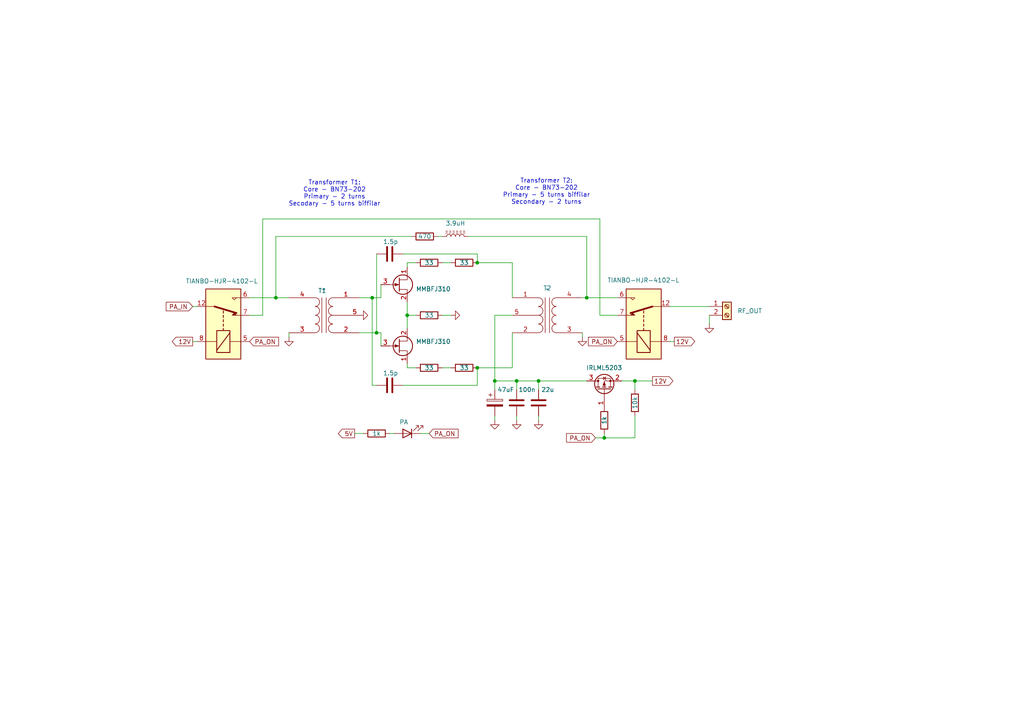
<source format=kicad_sch>
(kicad_sch (version 20231120) (generator "eeschema") (generator_version "8.0")
  (paper "A4")
  (title_block (title "Preamplifier unit +15dB") (date "2025-02-05"))
  (lib_symbols
    (symbol "Connector:Screw_Terminal_01x02" (pin_names (offset 1.016) hide)
      (property "Reference" "J" (at 0 2.54 0))
      (property "Value" "Screw_Terminal_01x02" (at 0 -5.08 0))
      (symbol "Screw_Terminal_01x02_1_1"
        (rectangle (start -1.27 1.27) (end 1.27 -3.81) (stroke (width 0.254)) (fill (type background)))
        (circle (center 0 -2.54) (radius 0.635) (stroke (width 0.1524)))
        (polyline (pts (xy -0.5334 -2.2098) (xy 0.3302 -3.048)) (stroke (width 0.1524)))
        (polyline (pts (xy -0.5334 0.3302) (xy 0.3302 -0.508)) (stroke (width 0.1524)))
        (polyline (pts (xy -0.3556 -2.032) (xy 0.508 -2.8702)) (stroke (width 0.1524)))
        (polyline (pts (xy -0.3556 0.508) (xy 0.508 -0.3302)) (stroke (width 0.1524)))
        (circle (center 0 0) (radius 0.635) (stroke (width 0.1524)))
        (pin passive line (at -5.08 0 0) (length 3.81) (name "Pin_1") (number "1"))
        (pin passive line (at -5.08 -2.54 0) (length 3.81) (name "Pin_2") (number "2"))
      )
    )
    (symbol "Device:C" (pin_numbers hide) (pin_names (offset 0.254))
      (property "Reference" "C" (at 0.635 2.54 0))
      (property "Value" "C" (at 0.635 -2.54 0))
      (symbol "C_0_1"
        (polyline (pts (xy -2.032 -0.762) (xy 2.032 -0.762)) (stroke (width 0.508)))
        (polyline (pts (xy -2.032 0.762) (xy 2.032 0.762)) (stroke (width 0.508)))
      )
      (symbol "C_1_1"
        (pin passive line (at 0 3.81 270) (length 2.794) (name "~") (number "1"))
        (pin passive line (at 0 -3.81 90) (length 2.794) (name "~") (number "2"))
      )
    )
    (symbol "Device:C_Polarized" (pin_numbers hide) (pin_names (offset 0.254))
      (property "Reference" "C" (at 0.635 2.54 0))
      (property "Value" "C_Polarized" (at 0.635 -2.54 0))
      (symbol "C_Polarized_0_1"
        (rectangle (start -2.286 0.508) (end 2.286 1.016))
        (polyline (pts (xy -1.778 2.286) (xy -0.762 2.286)))
        (polyline (pts (xy -1.27 2.794) (xy -1.27 1.778)))
        (rectangle (start 2.286 -0.508) (end -2.286 -1.016) (fill (type outline)))
      )
      (symbol "C_Polarized_1_1"
        (pin passive line (at 0 3.81 270) (length 2.794) (name "~") (number "1"))
        (pin passive line (at 0 -3.81 90) (length 2.794) (name "~") (number "2"))
      )
    )
    (symbol "Device:LED" (pin_numbers hide) (pin_names (offset 1.016) hide)
      (property "Reference" "D" (at 0 2.54 0))
      (property "Value" "LED" (at 0 -2.54 0))
      (symbol "LED_0_1"
        (polyline (pts (xy -1.27 -1.27) (xy -1.27 1.27)) (stroke (width 0.254)))
        (polyline (pts (xy -1.27 0) (xy 1.27 0)))
        (polyline (pts (xy 1.27 -1.27) (xy 1.27 1.27) (xy -1.27 0) (xy 1.27 -1.27)) (stroke (width 0.254)))
        (polyline (pts (xy -3.048 -0.762) (xy -4.572 -2.286) (xy -3.81 -2.286) (xy -4.572 -2.286) (xy -4.572 -1.524)))
        (polyline (pts (xy -1.778 -0.762) (xy -3.302 -2.286) (xy -2.54 -2.286) (xy -3.302 -2.286) (xy -3.302 -1.524)))
      )
      (symbol "LED_1_1"
        (pin passive line (at -3.81 0 0) (length 2.54) (name "K") (number "1"))
        (pin passive line (at 3.81 0 180) (length 2.54) (name "A") (number "2"))
      )
    )
    (symbol "Device:L_Ferrite" (pin_numbers hide) (pin_names (offset 1.016) hide)
      (property "Reference" "L" (at -1.27 0 90))
      (property "Value" "L_Ferrite" (at 2.794 0 90))
      (symbol "L_Ferrite_0_1"
        (arc (start 0 -2.54) (mid 0.6323 -1.905) (end 0 -1.27))
        (arc (start 0 -1.27) (mid 0.6323 -0.635) (end 0 0))
        (polyline (pts (xy 1.016 -2.794) (xy 1.016 -2.286)))
        (polyline (pts (xy 1.016 -1.778) (xy 1.016 -1.27)))
        (polyline (pts (xy 1.016 -0.762) (xy 1.016 -0.254)))
        (polyline (pts (xy 1.016 0.254) (xy 1.016 0.762)))
        (polyline (pts (xy 1.016 1.27) (xy 1.016 1.778)))
        (polyline (pts (xy 1.016 2.286) (xy 1.016 2.794)))
        (polyline (pts (xy 1.524 -2.286) (xy 1.524 -2.794)))
        (polyline (pts (xy 1.524 -1.27) (xy 1.524 -1.778)))
        (polyline (pts (xy 1.524 -0.254) (xy 1.524 -0.762)))
        (polyline (pts (xy 1.524 0.762) (xy 1.524 0.254)))
        (polyline (pts (xy 1.524 1.778) (xy 1.524 1.27)))
        (polyline (pts (xy 1.524 2.794) (xy 1.524 2.286)))
        (arc (start 0 0) (mid 0.6323 0.635) (end 0 1.27))
        (arc (start 0 1.27) (mid 0.6323 1.905) (end 0 2.54))
      )
      (symbol "L_Ferrite_1_1"
        (pin passive line (at 0 3.81 270) (length 1.27) (name "1") (number "1"))
        (pin passive line (at 0 -3.81 90) (length 1.27) (name "2") (number "2"))
      )
    )
    (symbol "Device:R" (pin_numbers hide) (pin_names (offset 0))
      (property "Reference" "R" (at 2.032 0 90))
      (property "Value" "R" (at 0 0 90))
      (symbol "R_0_1"
        (rectangle (start -1.016 -2.54) (end 1.016 2.54) (stroke (width 0.254)))
      )
      (symbol "R_1_1"
        (pin passive line (at 0 3.81 270) (length 1.27) (name "~") (number "1"))
        (pin passive line (at 0 -3.81 90) (length 1.27) (name "~") (number "2"))
      )
    )
    (symbol "Device:Transformer_1P_1S" (pin_names (offset 1.016) hide)
      (property "Reference" "BN73-1" (at 0.0127 10.16 0))
      (property "Value" "6T:2T" (at 0.0127 7.62 0))
      (symbol "Transformer_1P_1S_0_1"
        (arc (start -2.54 -5.0546) (mid -1.6599 -4.6901) (end -1.27 -3.81))
        (arc (start -2.54 -2.5146) (mid -1.6599 -2.1501) (end -1.27 -1.27))
        (arc (start -2.54 0.0254) (mid -1.6599 0.3899) (end -1.27 1.27))
        (arc (start -2.54 2.5654) (mid -1.6599 2.9299) (end -1.27 3.81))
        (arc (start -1.27 -3.81) (mid -1.642 -2.912) (end -2.54 -2.54))
        (arc (start -1.27 -1.27) (mid -1.642 -0.372) (end -2.54 0))
        (arc (start -1.27 1.27) (mid -1.642 2.168) (end -2.54 2.54))
        (arc (start -1.27 3.81) (mid -1.642 4.708) (end -2.54 5.08))
        (polyline (pts (xy -2.54 0) (xy -7.62 0)))
        (polyline (pts (xy -0.635 5.08) (xy -0.635 -5.08)))
        (polyline (pts (xy 0.635 -5.08) (xy 0.635 5.08)))
        (arc (start 1.2954 -1.27) (mid 1.6599 -2.1501) (end 2.54 -2.5146))
        (arc (start 1.2954 1.27) (mid 1.6599 0.3899) (end 2.54 0.0254))
        (arc (start 1.2954 3.81) (mid 1.6599 2.9299) (end 2.54 2.5654))
        (arc (start 1.3208 -3.81) (mid 1.6853 -4.6901) (end 2.5654 -5.0546))
        (arc (start 2.54 0) (mid 1.642 -0.372) (end 1.2954 -1.27))
        (arc (start 2.54 2.54) (mid 1.642 2.168) (end 1.2954 1.27))
        (arc (start 2.54 5.08) (mid 1.642 4.708) (end 1.2954 3.81))
        (arc (start 2.5654 -2.54) (mid 1.6674 -2.912) (end 1.3208 -3.81))
      )
      (symbol "Transformer_1P_1S_1_1"
        (pin passive line (at -10.16 5.08 0) (length 7.62) (name "AA") (number "1"))
        (pin passive line (at -10.16 -5.08 0) (length 7.62) (name "AB") (number "2"))
        (pin passive line (at 10.16 -5.08 180) (length 7.62) (name "SA") (number "3"))
        (pin passive line (at 10.16 5.08 180) (length 7.62) (name "SB") (number "4"))
        (pin passive line (at -10.16 0 0) (length 2.54) (name "") (number "5"))
      )
    )
    (symbol "Relay:TIANBO-HJR-4102-L"
      (property "Reference" "K" (at 11.43 3.81 0))
      (property "Value" "TIANBO-HJR-4102-L" (at 11.43 1.27 0))
      (symbol "TIANBO-HJR-4102-L_0_0"
        (polyline (pts (xy 7.62 5.08) (xy 7.62 2.54) (xy 6.985 3.175) (xy 7.62 3.81)))
      )
      (symbol "TIANBO-HJR-4102-L_0_1"
        (rectangle (start -10.16 5.08) (end 10.16 -5.08) (stroke (width 0.254)) (fill (type background)))
        (rectangle (start -8.255 1.905) (end -1.905 -1.905) (stroke (width 0.254)))
        (polyline (pts (xy -7.62 -1.905) (xy -2.54 1.905)) (stroke (width 0.254)))
        (polyline (pts (xy -5.08 -5.08) (xy -5.08 -1.905)))
        (polyline (pts (xy -5.08 5.08) (xy -5.08 1.905)))
        (polyline (pts (xy -1.905 0) (xy -1.27 0)) (stroke (width 0.254)))
        (polyline (pts (xy -0.635 0) (xy 0 0)) (stroke (width 0.254)))
        (polyline (pts (xy 0.635 0) (xy 1.27 0)) (stroke (width 0.254)))
        (polyline (pts (xy 1.905 0) (xy 2.54 0)) (stroke (width 0.254)))
        (polyline (pts (xy 3.175 0) (xy 3.81 0)) (stroke (width 0.254)))
        (polyline (pts (xy 5.08 -2.54) (xy 3.175 3.81)) (stroke (width 0.508)))
        (polyline (pts (xy 5.08 -2.54) (xy 5.08 -5.08)))
        (polyline (pts (xy 2.54 5.08) (xy 2.54 2.54) (xy 3.175 3.175) (xy 2.54 3.81)) (fill (type outline)))
      )
      (symbol "TIANBO-HJR-4102-L_1_1"
        (pin passive line (at 5.08 -7.62 90) (length 2.54) (name "~") (number "12"))
        (pin passive line (at -5.08 7.62 270) (length 2.54) (name "~") (number "5"))
        (pin passive line (at 7.62 7.62 270) (length 2.54) (name "~") (number "6"))
        (pin passive line (at 2.54 7.62 270) (length 2.54) (name "~") (number "7"))
        (pin passive line (at -5.08 -7.62 90) (length 2.54) (name "~") (number "8"))
      )
    )
    (symbol "Transistor_FET:IRLML5203" (pin_names hide)
      (property "Reference" "Q" (at 5.08 1.905 0))
      (property "Value" "IRLML5203" (at 5.08 0 0))
      (symbol "IRLML5203_0_1"
        (polyline (pts (xy 0.254 0) (xy -2.54 0)))
        (polyline (pts (xy 0.254 1.905) (xy 0.254 -1.905)) (stroke (width 0.254)))
        (polyline (pts (xy 0.762 -1.27) (xy 0.762 -2.286)) (stroke (width 0.254)))
        (polyline (pts (xy 0.762 0.508) (xy 0.762 -0.508)) (stroke (width 0.254)))
        (polyline (pts (xy 0.762 2.286) (xy 0.762 1.27)) (stroke (width 0.254)))
        (polyline (pts (xy 2.54 2.54) (xy 2.54 1.778)))
        (polyline (pts (xy 2.54 -2.54) (xy 2.54 0) (xy 0.762 0)))
        (polyline (pts (xy 0.762 1.778) (xy 3.302 1.778) (xy 3.302 -1.778) (xy 0.762 -1.778)))
        (polyline (pts (xy 2.286 0) (xy 1.27 0.381) (xy 1.27 -0.381) (xy 2.286 0)) (fill (type outline)))
        (polyline (pts (xy 2.794 -0.508) (xy 2.921 -0.381) (xy 3.683 -0.381) (xy 3.81 -0.254)))
        (polyline (pts (xy 3.302 -0.381) (xy 2.921 0.254) (xy 3.683 0.254) (xy 3.302 -0.381)))
        (circle (center 1.651 0) (radius 2.794) (stroke (width 0.254)))
        (circle (center 2.54 -1.778) (radius 0.254) (fill (type outline)))
        (circle (center 2.54 1.778) (radius 0.254) (fill (type outline)))
      )
      (symbol "IRLML5203_1_1"
        (pin input line (at -5.08 0 0) (length 2.54) (name "G") (number "1"))
        (pin passive line (at 2.54 -5.08 90) (length 2.54) (name "S") (number "2"))
        (pin passive line (at 2.54 5.08 270) (length 2.54) (name "D") (number "3"))
      )
    )
    (symbol "Transistor_FET:MMBFJ111" (pin_names hide)
      (property "Reference" "Q" (at 5.08 1.905 0))
      (property "Value" "MMBFJ111" (at 5.08 0 0))
      (symbol "MMBFJ111_0_1"
        (polyline (pts (xy 0.254 0) (xy -2.54 0)))
        (polyline (pts (xy 0.254 1.905) (xy 0.254 -1.905)) (stroke (width 0.254)))
        (polyline (pts (xy 2.54 -2.54) (xy 2.54 -1.397) (xy 0.254 -1.397)))
        (polyline (pts (xy 2.54 2.54) (xy 2.54 1.397) (xy 0.254 1.397)))
        (polyline (pts (xy 0 0) (xy -1.016 0.381) (xy -1.016 -0.381) (xy 0 0)) (fill (type outline)))
        (circle (center 1.27 0) (radius 2.8194) (stroke (width 0.254)))
      )
      (symbol "MMBFJ111_1_1"
        (pin passive line (at 2.54 5.08 270) (length 2.54) (name "D") (number "1"))
        (pin passive line (at 2.54 -5.08 90) (length 2.54) (name "S") (number "2"))
        (pin input line (at -5.08 0 0) (length 2.54) (name "G") (number "3"))
      )
    )
    (symbol "power:GND" (power) (pin_numbers hide) (pin_names (offset 0) hide)
      (property "Value" "GND" (at 0 -3.81 0))
      (symbol "GND_0_1"
        (polyline (pts (xy 0 0) (xy 0 -1.27) (xy 1.27 -1.27) (xy 0 -2.54) (xy -1.27 -1.27) (xy 0 -1.27)))
      )
      (symbol "GND_1_1"
        (pin power_in line (at 0 0 270) (length 0) (name "~") (number "1"))
      )
    )
  )
  (junction (at 138.43 76.2))
  (junction (at 143.51 110.49))
  (junction (at 109.22 96.52))
  (junction (at 175.26 127))
  (junction (at 107.95 86.36))
  (junction (at 118.11 91.44))
  (junction (at 184.15 110.49))
  (junction (at 138.43 106.68))
  (junction (at 156.21 110.49))
  (junction (at 149.86 110.49))
  (junction (at 170.18 86.36))
  (junction (at 80.01 86.36))
  (wire (pts (xy 175.26 125.73) (xy 175.26 127)))
  (wire (pts (xy 148.59 91.44) (xy 143.51 91.44)))
  (wire (pts (xy 143.51 120.65) (xy 143.51 121.92)))
  (wire (pts (xy 170.18 68.58) (xy 170.18 86.36)))
  (wire (pts (xy 138.43 111.76) (xy 138.43 106.68)))
  (wire (pts (xy 143.51 91.44) (xy 143.51 110.49)))
  (wire (pts (xy 80.01 68.58) (xy 80.01 86.36)))
  (wire (pts (xy 156.21 120.65) (xy 156.21 121.92)))
  (wire (pts (xy 135.89 68.58) (xy 170.18 68.58)))
  (wire (pts (xy 107.95 111.76) (xy 107.95 86.36)))
  (wire (pts (xy 205.74 91.44) (xy 205.74 93.98)))
  (wire (pts (xy 120.65 106.68) (xy 118.11 106.68)))
  (wire (pts (xy 173.99 63.5) (xy 173.99 91.44)))
  (wire (pts (xy 72.39 91.44) (xy 76.2 91.44)))
  (wire (pts (xy 143.51 110.49) (xy 143.51 113.03)))
  (wire (pts (xy 173.99 91.44) (xy 179.07 91.44)))
  (wire (pts (xy 168.91 86.36) (xy 170.18 86.36)))
  (wire (pts (xy 118.11 91.44) (xy 120.65 91.44)))
  (wire (pts (xy 128.27 106.68) (xy 130.81 106.68)))
  (wire (pts (xy 76.2 91.44) (xy 76.2 63.5)))
  (wire (pts (xy 109.22 111.76) (xy 107.95 111.76)))
  (wire (pts (xy 116.84 73.66) (xy 138.43 73.66)))
  (wire (pts (xy 76.2 63.5) (xy 173.99 63.5)))
  (wire (pts (xy 121.92 125.73) (xy 124.46 125.73)))
  (wire (pts (xy 149.86 110.49) (xy 156.21 110.49)))
  (wire (pts (xy 172.72 127) (xy 175.26 127)))
  (wire (pts (xy 156.21 110.49) (xy 170.18 110.49)))
  (wire (pts (xy 118.11 76.2) (xy 118.11 77.47)))
  (wire (pts (xy 149.86 110.49) (xy 143.51 110.49)))
  (wire (pts (xy 118.11 87.63) (xy 118.11 91.44)))
  (wire (pts (xy 55.88 99.06) (xy 57.15 99.06)))
  (wire (pts (xy 148.59 106.68) (xy 138.43 106.68)))
  (wire (pts (xy 156.21 113.03) (xy 156.21 110.49)))
  (wire (pts (xy 119.38 68.58) (xy 80.01 68.58)))
  (wire (pts (xy 149.86 120.65) (xy 149.86 121.92)))
  (wire (pts (xy 104.14 96.52) (xy 109.22 96.52)))
  (wire (pts (xy 168.91 97.79) (xy 168.91 96.52)))
  (wire (pts (xy 118.11 91.44) (xy 118.11 95.25)))
  (wire (pts (xy 149.86 113.03) (xy 149.86 110.49)))
  (wire (pts (xy 80.01 86.36) (xy 83.82 86.36)))
  (wire (pts (xy 113.03 125.73) (xy 114.3 125.73)))
  (wire (pts (xy 72.39 86.36) (xy 80.01 86.36)))
  (wire (pts (xy 109.22 96.52) (xy 110.49 96.52)))
  (wire (pts (xy 194.31 99.06) (xy 195.58 99.06)))
  (wire (pts (xy 110.49 86.36) (xy 110.49 82.55)))
  (wire (pts (xy 120.65 76.2) (xy 118.11 76.2)))
  (wire (pts (xy 175.26 127) (xy 184.15 127)))
  (wire (pts (xy 184.15 110.49) (xy 189.23 110.49)))
  (wire (pts (xy 110.49 96.52) (xy 110.49 100.33)))
  (wire (pts (xy 148.59 96.52) (xy 148.59 106.68)))
  (wire (pts (xy 102.87 125.73) (xy 105.41 125.73)))
  (wire (pts (xy 180.34 110.49) (xy 184.15 110.49)))
  (wire (pts (xy 148.59 76.2) (xy 138.43 76.2)))
  (wire (pts (xy 109.22 73.66) (xy 109.22 96.52)))
  (wire (pts (xy 128.27 91.44) (xy 130.81 91.44)))
  (wire (pts (xy 184.15 127) (xy 184.15 120.65)))
  (wire (pts (xy 170.18 86.36) (xy 179.07 86.36)))
  (wire (pts (xy 107.95 86.36) (xy 110.49 86.36)))
  (wire (pts (xy 148.59 86.36) (xy 148.59 76.2)))
  (wire (pts (xy 83.82 96.52) (xy 83.82 97.79)))
  (wire (pts (xy 138.43 73.66) (xy 138.43 76.2)))
  (wire (pts (xy 127 68.58) (xy 128.27 68.58)))
  (wire (pts (xy 118.11 106.68) (xy 118.11 105.41)))
  (wire (pts (xy 104.14 86.36) (xy 107.95 86.36)))
  (wire (pts (xy 128.27 76.2) (xy 130.81 76.2)))
  (wire (pts (xy 55.88 88.9) (xy 57.15 88.9)))
  (wire (pts (xy 184.15 110.49) (xy 184.15 113.03)))
  (wire (pts (xy 116.84 111.76) (xy 138.43 111.76)))
  (wire (pts (xy 194.31 88.9) (xy 205.74 88.9)))
  (text "Transformer T1:\nCore - BN73-202\nPrimary - 2 turns\nSecodary - 5 turns biffilar\n" (at 97.028 56.134 0) (effects (font (size 1.27 1.27))))
  (text "Transformer T2:\nCore - BN73-202\nPrimary - 5 turns biffilar\nSecondary - 2 turns" (at 158.496 55.626 0) (effects (font (size 1.27 1.27))))
  (global_label "12V" (shape output) (at 55.88 99.06 180) (property "Intersheetrefs" "${INTERSHEET_REFS}" (effects (hide yes))))
  (global_label "PA_ON" (shape input) (at 124.46 125.73 0) (property "Intersheetrefs" "${INTERSHEET_REFS}" (effects (hide yes))))
  (global_label "PA_ON" (shape input) (at 179.07 99.06 180) (property "Intersheetrefs" "${INTERSHEET_REFS}" (effects (hide yes))))
  (global_label "12V" (shape output) (at 195.58 99.06 0) (property "Intersheetrefs" "${INTERSHEET_REFS}" (effects (hide yes))))
  (global_label "12V" (shape output) (at 189.23 110.49 0) (property "Intersheetrefs" "${INTERSHEET_REFS}" (effects (hide yes))))
  (global_label "PA_ON" (shape input) (at 172.72 127 180) (property "Intersheetrefs" "${INTERSHEET_REFS}" (effects (hide yes))))
  (global_label "5V" (shape output) (at 102.87 125.73 180) (property "Intersheetrefs" "${INTERSHEET_REFS}" (effects (hide yes))))
  (global_label "PA_IN" (shape input) (at 55.88 88.9 180) (property "Intersheetrefs" "${INTERSHEET_REFS}" (effects (hide yes))))
  (global_label "PA_ON" (shape input) (at 72.39 99.06 0) (property "Intersheetrefs" "${INTERSHEET_REFS}" (effects (hide yes))))
  (symbol (lib_id "Device:R") (at 124.46 76.2 90) (unit 1)
    (property "Reference" "R29" (effects (hide yes)))
    (property "Value" "33" (at 124.46 76.2 90))
    (property "Footprint" "Resistor_SMD:R_1206_3216Metric" (effects (hide yes)))
    (property "Description" "Resistor" (effects (hide yes)))
  )
  (symbol (lib_id "Transistor_FET:MMBFJ111") (at 115.57 82.55 0) (unit 1)
    (property "Reference" "Q1" (effects (hide yes)))
    (property "Value" "MMBFJ310" (at 120.65 83.8199 0) (effects (justify left)))
    (property "Footprint" "Package_TO_SOT_SMD:SOT-23" (effects (hide yes)))
    (property "Datasheet" "https://www.onsemi.com/pub/Collateral/MMBFJ113-D.PDF" (effects (hide yes)))
    (property "Description" "20mA min, 35V, 30mOhm max, 3-10V Vgs(off), N-Channel JFET, SOT-23" (effects (hide yes)))
  )
  (symbol (lib_id "Device:L_Ferrite") (at 132.08 68.58 90) (unit 1)
    (property "Reference" "L1" (effects (hide yes)))
    (property "Value" "3.9uH" (at 132.08 64.77 90))
    (property "Footprint" "Inductor_SMD:L_1206_3216Metric" (effects (hide yes)))
    (property "Description" "Inductor with ferrite core" (effects (hide yes)))
  )
  (symbol (lib_id "Relay:TIANBO-HJR-4102-L") (at 64.77 93.98 270) (mirror x) (unit 1)
    (property "Reference" "K11" (effects (hide yes)))
    (property "Value" "TIANBO-HJR-4102-L" (at 53.848 81.534 90) (effects (justify left)))
    (property "Footprint" "Relay_THT:Relay_SPDT_HJR-4102" (effects (hide yes)))
    (property "Datasheet" "https://cdn-reichelt.de/documents/datenblatt/C300/DS_HJR4102E.pdf" (effects (hide yes)))
    (property "Description" "TIANBO HJR-4102-L, Single Pole Relay, 5mm Pitch, 3A" (effects (hide yes)))
  )
  (symbol (lib_id "Device:R") (at 184.15 116.84 180) (unit 1)
    (property "Reference" "R36" (effects (hide yes)))
    (property "Value" "10k" (at 184.15 116.84 90))
    (property "Footprint" "Resistor_SMD:R_1206_3216Metric" (effects (hide yes)))
    (property "Description" "Resistor" (effects (hide yes)))
  )
  (symbol (lib_id "power:GND") (at 130.81 91.44 90) (unit 1)
    (property "Reference" "#PWR045" (effects (hide yes)))
    (property "Value" "GND" (effects (hide yes)))
    (property "Description" "Power symbol creates a global label with name \"GND\" , ground" (effects (hide yes)))
  )
  (symbol (lib_id "Device:R") (at 175.26 121.92 180) (unit 1)
    (property "Reference" "R37" (effects (hide yes)))
    (property "Value" "1k" (at 175.26 121.92 90))
    (property "Footprint" "Resistor_SMD:R_1206_3216Metric" (effects (hide yes)))
    (property "Description" "Resistor" (effects (hide yes)))
  )
  (symbol (lib_id "Device:R") (at 134.62 106.68 90) (unit 1)
    (property "Reference" "R4" (effects (hide yes)))
    (property "Value" "33" (at 134.62 106.68 90))
    (property "Footprint" "Resistor_SMD:R_1206_3216Metric" (effects (hide yes)))
    (property "Description" "Resistor" (effects (hide yes)))
  )
  (symbol (lib_id "Device:R") (at 109.22 125.73 270) (unit 1)
    (property "Reference" "R38" (effects (hide yes)))
    (property "Value" "1k" (at 109.22 125.73 90))
    (property "Footprint" "Resistor_SMD:R_1206_3216Metric" (effects (hide yes)))
    (property "Description" "Resistor" (effects (hide yes)))
  )
  (symbol (lib_id "Connector:Screw_Terminal_01x02") (at 210.82 88.9 0) (unit 1)
    (property "Reference" "J6" (effects (hide yes)))
    (property "Value" "RF_OUT" (at 213.868 90.17 0) (effects (justify left)))
    (property "Footprint" "Connector_PinSocket_2.54mm:PinSocket_1x02_P2.54mm_Vertical" (effects (hide yes)))
    (property "Description" "Generic screw terminal, single row, 01x02, script generated (kicad-library-utils/schlib/autogen/connector/)" (effects (hide yes)))
  )
  (symbol (lib_id "Device:C") (at 149.86 116.84 0) (unit 1)
    (property "Reference" "C20" (effects (hide yes)))
    (property "Value" "100n" (at 150.368 113.03 0) (effects (justify left)))
    (property "Footprint" "Capacitor_SMD:C_1206_3216Metric" (effects (hide yes)))
    (property "Description" "Unpolarized capacitor" (effects (hide yes)))
  )
  (symbol (lib_id "Relay:TIANBO-HJR-4102-L") (at 186.69 93.98 90) (unit 1)
    (property "Reference" "K12" (effects (hide yes)))
    (property "Value" "TIANBO-HJR-4102-L" (at 197.104 81.28 90) (effects (justify left)))
    (property "Footprint" "Relay_THT:Relay_SPDT_HJR-4102" (effects (hide yes)))
    (property "Datasheet" "https://cdn-reichelt.de/documents/datenblatt/C300/DS_HJR4102E.pdf" (effects (hide yes)))
    (property "Description" "TIANBO HJR-4102-L, Single Pole Relay, 5mm Pitch, 3A" (effects (hide yes)))
  )
  (symbol (lib_id "Device:C") (at 113.03 73.66 90) (unit 1)
    (property "Reference" "C5" (effects (hide yes)))
    (property "Value" "1.5p" (at 113.284 70.104 90))
    (property "Footprint" "Capacitor_SMD:C_1206_3216Metric" (effects (hide yes)))
    (property "Description" "Unpolarized capacitor" (effects (hide yes)))
  )
  (symbol (lib_id "Transistor_FET:IRLML5203") (at 175.26 113.03 90) (unit 1)
    (property "Reference" "Q5" (effects (hide yes)))
    (property "Value" "IRLML5203" (at 175.26 106.68 90))
    (property "Footprint" "Package_TO_SOT_SMD:SOT-23" (effects (hide yes)))
    (property "Datasheet" "https://www.infineon.com/dgdl/irlml5203pbf.pdf?fileId=5546d462533600a40153566868da261d" (effects (hide yes)))
    (property "Description" "-3.0A Id, -30V Vds, 98mOhm Rds, P-Channel HEXFET Power MOSFET, SOT-23" (effects (hide yes)))
  )
  (symbol (lib_id "Device:R") (at 134.62 76.2 90) (unit 1)
    (property "Reference" "R30" (effects (hide yes)))
    (property "Value" "33" (at 134.62 76.2 90))
    (property "Footprint" "Resistor_SMD:R_1206_3216Metric" (effects (hide yes)))
    (property "Description" "Resistor" (effects (hide yes)))
  )
  (symbol (lib_id "Device:R") (at 124.46 106.68 90) (unit 1)
    (property "Reference" "R3" (effects (hide yes)))
    (property "Value" "33" (at 124.46 106.68 90))
    (property "Footprint" "Resistor_SMD:R_1206_3216Metric" (effects (hide yes)))
    (property "Description" "Resistor" (effects (hide yes)))
  )
  (symbol (lib_id "Device:R") (at 123.19 68.58 90) (unit 1)
    (property "Reference" "R35" (effects (hide yes)))
    (property "Value" "470" (at 123.19 68.58 90))
    (property "Footprint" "Resistor_SMD:R_1206_3216Metric" (effects (hide yes)))
    (property "Description" "Resistor" (effects (hide yes)))
  )
  (symbol (lib_id "Device:LED") (at 118.11 125.73 180) (unit 1)
    (property "Reference" "D15" (effects (hide yes)))
    (property "Value" "PA" (at 115.824 122.428 0) (effects (justify right)))
    (property "Footprint" "LED_SMD:LED_1206_3216Metric" (effects (hide yes)))
    (property "Description" "Light emitting diode" (effects (hide yes)))
  )
  (symbol (lib_id "Device:Transformer_1P_1S") (at 158.75 91.44 0) (unit 1)
    (property "Reference" "T2" (at 158.75 83.566 0))
    (property "Value" "~" (at 158.7627 83.82 0))
    (property "Footprint" "50474C:Transformer_J310" (effects (hide yes)))
    (property "Description" "Transformer, single primary, single secondary" (effects (hide yes)))
  )
  (symbol (lib_id "Device:Transformer_1P_1S") (at 93.98 91.44 0) (mirror y) (unit 1)
    (property "Reference" "T1" (at 93.472 84.328 0))
    (property "Value" "~" (at 93.9673 83.82 0))
    (property "Footprint" "50474C:Transformer_J310" (effects (hide yes)))
    (property "Description" "Transformer, single primary, single secondary" (effects (hide yes)))
  )
  (symbol (lib_id "Device:R") (at 124.46 91.44 90) (unit 1)
    (property "Reference" "R5" (effects (hide yes)))
    (property "Value" "33" (at 124.46 91.44 90))
    (property "Footprint" "Resistor_SMD:R_1206_3216Metric" (effects (hide yes)))
    (property "Description" "Resistor" (effects (hide yes)))
  )
  (symbol (lib_id "Device:C") (at 113.03 111.76 90) (unit 1)
    (property "Reference" "C3" (effects (hide yes)))
    (property "Value" "1.5p" (at 113.284 108.204 90))
    (property "Footprint" "Capacitor_SMD:C_1206_3216Metric" (effects (hide yes)))
    (property "Description" "Unpolarized capacitor" (effects (hide yes)))
  )
  (symbol (lib_id "power:GND") (at 156.21 121.92 0) (unit 1)
    (property "Reference" "#PWR052" (effects (hide yes)))
    (property "Value" "GND" (effects (hide yes)))
    (property "Description" "Power symbol creates a global label with name \"GND\" , ground" (effects (hide yes)))
  )
  (symbol (lib_id "Device:C") (at 156.21 116.84 0) (unit 1)
    (property "Reference" "C21" (effects (hide yes)))
    (property "Value" "22u" (at 156.972 113.03 0) (effects (justify left)))
    (property "Footprint" "Capacitor_SMD:C_1206_3216Metric" (effects (hide yes)))
    (property "Description" "Unpolarized capacitor" (effects (hide yes)))
  )
  (symbol (lib_id "power:GND") (at 104.14 91.44 90) (unit 1)
    (property "Reference" "#PWR047" (effects (hide yes)))
    (property "Value" "GND" (effects (hide yes)))
    (property "Description" "Power symbol creates a global label with name \"GND\" , ground" (effects (hide yes)))
  )
  (symbol (lib_id "power:GND") (at 83.82 97.79 0) (unit 1)
    (property "Reference" "#PWR048" (effects (hide yes)))
    (property "Value" "GND" (effects (hide yes)))
    (property "Description" "Power symbol creates a global label with name \"GND\" , ground" (effects (hide yes)))
  )
  (symbol (lib_id "Device:C_Polarized") (at 143.51 116.84 0) (unit 1)
    (property "Reference" "C4" (effects (hide yes)))
    (property "Value" "47uF" (at 144.272 113.03 0) (effects (justify left)))
    (property "Footprint" "Capacitor_THT:CP_Radial_D5.0mm_P2.50mm" (effects (hide yes)))
    (property "Description" "Polarized capacitor" (effects (hide yes)))
  )
  (symbol (lib_id "power:GND") (at 168.91 97.79 0) (unit 1)
    (property "Reference" "#PWR049" (effects (hide yes)))
    (property "Value" "GND" (effects (hide yes)))
    (property "Description" "Power symbol creates a global label with name \"GND\" , ground" (effects (hide yes)))
  )
  (symbol (lib_id "power:GND") (at 205.74 93.98 0) (unit 1)
    (property "Reference" "#PWR046" (effects (hide yes)))
    (property "Value" "GND" (effects (hide yes)))
    (property "Description" "Power symbol creates a global label with name \"GND\" , ground" (effects (hide yes)))
  )
  (symbol (lib_id "Transistor_FET:MMBFJ111") (at 115.57 100.33 0) (mirror x) (unit 1)
    (property "Reference" "Q4" (effects (hide yes)))
    (property "Value" "MMBFJ310" (at 120.65 99.0601 0) (effects (justify left)))
    (property "Footprint" "Package_TO_SOT_SMD:SOT-23" (effects (hide yes)))
    (property "Datasheet" "https://www.onsemi.com/pub/Collateral/MMBFJ113-D.PDF" (effects (hide yes)))
    (property "Description" "20mA min, 35V, 30mOhm max, 3-10V Vgs(off), N-Channel JFET, SOT-23" (effects (hide yes)))
  )
  (symbol (lib_id "power:GND") (at 143.51 121.92 0) (unit 1)
    (property "Reference" "#PWR050" (effects (hide yes)))
    (property "Value" "GND" (effects (hide yes)))
    (property "Description" "Power symbol creates a global label with name \"GND\" , ground" (effects (hide yes)))
  )
  (symbol (lib_id "power:GND") (at 149.86 121.92 0) (unit 1)
    (property "Reference" "#PWR051" (effects (hide yes)))
    (property "Value" "GND" (effects (hide yes)))
    (property "Description" "Power symbol creates a global label with name \"GND\" , ground" (effects (hide yes)))
  )
)
</source>
